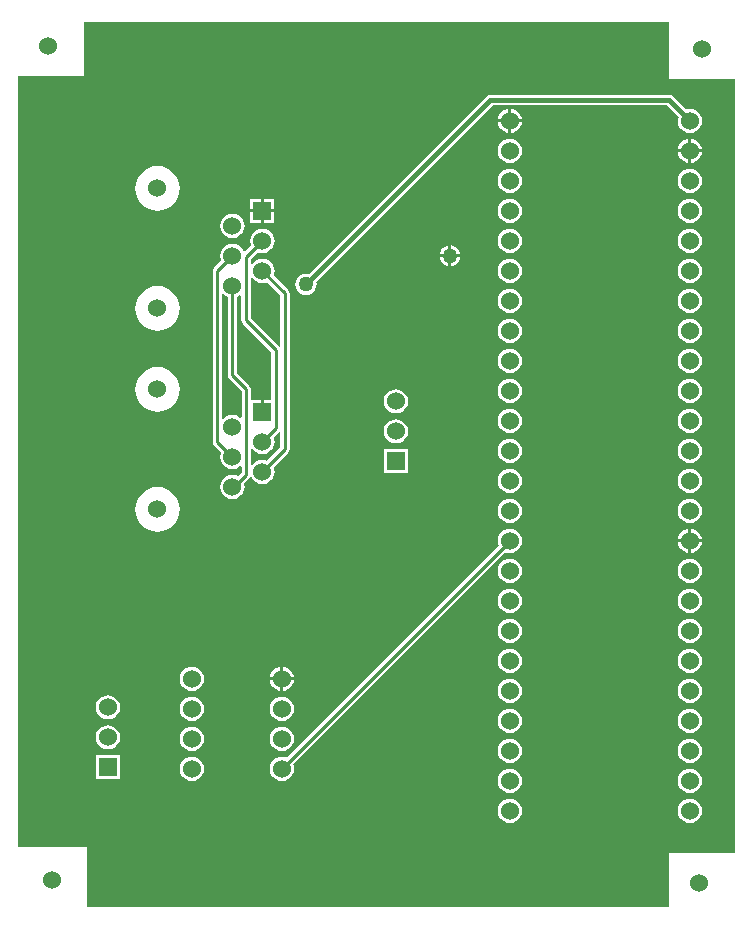
<source format=gbr>
%TF.GenerationSoftware,Altium Limited,Altium Designer,19.1.8 (144)*%
G04 Layer_Physical_Order=2*
G04 Layer_Color=16711680*
%FSLAX26Y26*%
%MOIN*%
%TF.FileFunction,Copper,L2,Bot,Signal*%
%TF.Part,Single*%
G01*
G75*
%TA.AperFunction,Conductor*%
%ADD14C,0.010000*%
%ADD15C,0.015000*%
%TA.AperFunction,ComponentPad*%
%ADD17C,0.060000*%
%ADD18R,0.060000X0.060000*%
%TA.AperFunction,ViaPad*%
%ADD19C,0.060000*%
%ADD20C,0.050000*%
G36*
X2200000Y2805000D02*
X2420000D01*
Y225000D01*
X2200000D01*
Y45000D01*
X260000D01*
Y245000D01*
X30000D01*
Y2815000D01*
X250000D01*
Y2995000D01*
X2200000D01*
Y2805000D01*
D02*
G37*
%LPC*%
G36*
X1675000Y2704687D02*
Y2670000D01*
X1709687D01*
X1708970Y2675442D01*
X1704940Y2685173D01*
X1698528Y2693528D01*
X1690173Y2699940D01*
X1680442Y2703970D01*
X1675000Y2704687D01*
D02*
G37*
G36*
X1665000D02*
X1659558Y2703970D01*
X1649827Y2699940D01*
X1641472Y2693528D01*
X1635060Y2685173D01*
X1631030Y2675442D01*
X1630313Y2670000D01*
X1665000D01*
Y2704687D01*
D02*
G37*
G36*
X1709687Y2660000D02*
X1675000D01*
Y2625313D01*
X1680442Y2626030D01*
X1690173Y2630060D01*
X1698528Y2636472D01*
X1704940Y2644827D01*
X1708970Y2654558D01*
X1709687Y2660000D01*
D02*
G37*
G36*
X1665000D02*
X1630313D01*
X1631030Y2654558D01*
X1635060Y2644827D01*
X1641472Y2636472D01*
X1649827Y2630060D01*
X1659558Y2626030D01*
X1665000Y2625313D01*
Y2660000D01*
D02*
G37*
G36*
X2200000Y2752843D02*
X1605000D01*
X1598172Y2751485D01*
X1592383Y2747617D01*
X1592383Y2747617D01*
X1332383Y2487617D01*
X998897Y2154131D01*
X990000Y2155302D01*
X980863Y2154099D01*
X972349Y2150572D01*
X965038Y2144962D01*
X959428Y2137651D01*
X955901Y2129137D01*
X954698Y2120000D01*
X955901Y2110863D01*
X959428Y2102349D01*
X965038Y2095038D01*
X972349Y2089428D01*
X980863Y2085901D01*
X990000Y2084698D01*
X999137Y2085901D01*
X1007651Y2089428D01*
X1014962Y2095038D01*
X1020572Y2102349D01*
X1024099Y2110863D01*
X1025302Y2120000D01*
X1024131Y2128897D01*
X1357617Y2462383D01*
X1612391Y2717157D01*
X2192609D01*
X2231994Y2677772D01*
X2231030Y2675442D01*
X2229655Y2665000D01*
X2231030Y2654558D01*
X2235060Y2644827D01*
X2241472Y2636472D01*
X2249827Y2630060D01*
X2259558Y2626030D01*
X2270000Y2624655D01*
X2280442Y2626030D01*
X2290173Y2630060D01*
X2298528Y2636472D01*
X2304940Y2644827D01*
X2308970Y2654558D01*
X2310345Y2665000D01*
X2308970Y2675442D01*
X2304940Y2685173D01*
X2298528Y2693528D01*
X2290173Y2699940D01*
X2280442Y2703970D01*
X2270000Y2705345D01*
X2259558Y2703970D01*
X2257228Y2703006D01*
X2212617Y2747617D01*
X2206828Y2751485D01*
X2200000Y2752843D01*
D02*
G37*
G36*
X2275000Y2604687D02*
Y2570000D01*
X2309687D01*
X2308970Y2575442D01*
X2304940Y2585173D01*
X2298528Y2593528D01*
X2290173Y2599940D01*
X2280442Y2603970D01*
X2275000Y2604687D01*
D02*
G37*
G36*
X2265000D02*
X2259558Y2603970D01*
X2249827Y2599940D01*
X2241472Y2593528D01*
X2235060Y2585173D01*
X2231030Y2575442D01*
X2230313Y2570000D01*
X2265000D01*
Y2604687D01*
D02*
G37*
G36*
X2309687Y2560000D02*
X2275000D01*
Y2525313D01*
X2280442Y2526030D01*
X2290173Y2530060D01*
X2298528Y2536472D01*
X2304940Y2544827D01*
X2308970Y2554558D01*
X2309687Y2560000D01*
D02*
G37*
G36*
X2265000D02*
X2230313D01*
X2231030Y2554558D01*
X2235060Y2544827D01*
X2241472Y2536472D01*
X2249827Y2530060D01*
X2259558Y2526030D01*
X2265000Y2525313D01*
Y2560000D01*
D02*
G37*
G36*
X1670000Y2605345D02*
X1659558Y2603970D01*
X1649827Y2599940D01*
X1641472Y2593528D01*
X1635060Y2585173D01*
X1631030Y2575442D01*
X1629655Y2565000D01*
X1631030Y2554558D01*
X1635060Y2544827D01*
X1641472Y2536472D01*
X1649827Y2530060D01*
X1659558Y2526030D01*
X1670000Y2524655D01*
X1680442Y2526030D01*
X1690173Y2530060D01*
X1698528Y2536472D01*
X1704940Y2544827D01*
X1708970Y2554558D01*
X1710345Y2565000D01*
X1708970Y2575442D01*
X1704940Y2585173D01*
X1698528Y2593528D01*
X1690173Y2599940D01*
X1680442Y2603970D01*
X1670000Y2605345D01*
D02*
G37*
G36*
X2270000Y2505345D02*
X2259558Y2503970D01*
X2249827Y2499940D01*
X2241472Y2493528D01*
X2235060Y2485173D01*
X2231030Y2475442D01*
X2229655Y2465000D01*
X2231030Y2454558D01*
X2235060Y2444827D01*
X2241472Y2436472D01*
X2249827Y2430060D01*
X2259558Y2426030D01*
X2270000Y2424655D01*
X2280442Y2426030D01*
X2290173Y2430060D01*
X2298528Y2436472D01*
X2304940Y2444827D01*
X2308970Y2454558D01*
X2310345Y2465000D01*
X2308970Y2475442D01*
X2304940Y2485173D01*
X2298528Y2493528D01*
X2290173Y2499940D01*
X2280442Y2503970D01*
X2270000Y2505345D01*
D02*
G37*
G36*
X1670000D02*
X1659558Y2503970D01*
X1649827Y2499940D01*
X1641472Y2493528D01*
X1635060Y2485173D01*
X1631030Y2475442D01*
X1629655Y2465000D01*
X1631030Y2454558D01*
X1635060Y2444827D01*
X1641472Y2436472D01*
X1649827Y2430060D01*
X1659558Y2426030D01*
X1670000Y2424655D01*
X1680442Y2426030D01*
X1690173Y2430060D01*
X1698528Y2436472D01*
X1704940Y2444827D01*
X1708970Y2454558D01*
X1710345Y2465000D01*
X1708970Y2475442D01*
X1704940Y2485173D01*
X1698528Y2493528D01*
X1690173Y2499940D01*
X1680442Y2503970D01*
X1670000Y2505345D01*
D02*
G37*
G36*
X885000Y2405000D02*
X850000D01*
Y2370000D01*
X885000D01*
Y2405000D01*
D02*
G37*
G36*
X840000D02*
X805000D01*
Y2370000D01*
X840000D01*
Y2405000D01*
D02*
G37*
G36*
X495000Y2514334D02*
X480498Y2512906D01*
X466553Y2508676D01*
X453702Y2501807D01*
X442438Y2492562D01*
X433193Y2481298D01*
X426324Y2468447D01*
X422094Y2454502D01*
X420666Y2440000D01*
X422094Y2425498D01*
X426324Y2411553D01*
X433193Y2398702D01*
X442438Y2387438D01*
X453702Y2378193D01*
X466553Y2371324D01*
X480498Y2367094D01*
X495000Y2365666D01*
X509502Y2367094D01*
X523447Y2371324D01*
X536298Y2378193D01*
X547562Y2387438D01*
X556807Y2398702D01*
X563676Y2411553D01*
X567906Y2425498D01*
X569334Y2440000D01*
X567906Y2454502D01*
X563676Y2468447D01*
X556807Y2481298D01*
X547562Y2492562D01*
X536298Y2501807D01*
X523447Y2508676D01*
X509502Y2512906D01*
X495000Y2514334D01*
D02*
G37*
G36*
X885000Y2360000D02*
X850000D01*
Y2325000D01*
X885000D01*
Y2360000D01*
D02*
G37*
G36*
X840000D02*
X805000D01*
Y2325000D01*
X840000D01*
Y2360000D01*
D02*
G37*
G36*
X2270000Y2405345D02*
X2259558Y2403970D01*
X2249827Y2399940D01*
X2241472Y2393528D01*
X2235060Y2385173D01*
X2231030Y2375442D01*
X2229655Y2365000D01*
X2231030Y2354558D01*
X2235060Y2344827D01*
X2241472Y2336472D01*
X2249827Y2330060D01*
X2259558Y2326030D01*
X2270000Y2324655D01*
X2280442Y2326030D01*
X2290173Y2330060D01*
X2298528Y2336472D01*
X2304940Y2344827D01*
X2308970Y2354558D01*
X2310345Y2365000D01*
X2308970Y2375442D01*
X2304940Y2385173D01*
X2298528Y2393528D01*
X2290173Y2399940D01*
X2280442Y2403970D01*
X2270000Y2405345D01*
D02*
G37*
G36*
X1670000D02*
X1659558Y2403970D01*
X1649827Y2399940D01*
X1641472Y2393528D01*
X1635060Y2385173D01*
X1631030Y2375442D01*
X1629655Y2365000D01*
X1631030Y2354558D01*
X1635060Y2344827D01*
X1641472Y2336472D01*
X1649827Y2330060D01*
X1659558Y2326030D01*
X1670000Y2324655D01*
X1680442Y2326030D01*
X1690173Y2330060D01*
X1698528Y2336472D01*
X1704940Y2344827D01*
X1708970Y2354558D01*
X1710345Y2365000D01*
X1708970Y2375442D01*
X1704940Y2385173D01*
X1698528Y2393528D01*
X1690173Y2399940D01*
X1680442Y2403970D01*
X1670000Y2405345D01*
D02*
G37*
G36*
X745000Y2355345D02*
X734558Y2353970D01*
X724827Y2349940D01*
X716472Y2343528D01*
X710060Y2335173D01*
X706029Y2325442D01*
X704655Y2315000D01*
X706029Y2304558D01*
X710060Y2294827D01*
X716472Y2286472D01*
X724827Y2280060D01*
X734558Y2276030D01*
X745000Y2274655D01*
X755442Y2276030D01*
X765173Y2280060D01*
X773528Y2286472D01*
X779940Y2294827D01*
X783971Y2304558D01*
X785345Y2315000D01*
X783971Y2325442D01*
X779940Y2335173D01*
X773528Y2343528D01*
X765173Y2349940D01*
X755442Y2353970D01*
X745000Y2355345D01*
D02*
G37*
G36*
X845000Y2305345D02*
X834558Y2303970D01*
X824827Y2299940D01*
X816472Y2293528D01*
X810060Y2285173D01*
X806029Y2275442D01*
X804655Y2265000D01*
X806029Y2254558D01*
X808050Y2249679D01*
X787106Y2228735D01*
X782202Y2229711D01*
X779940Y2235173D01*
X773528Y2243528D01*
X765173Y2249940D01*
X755442Y2253970D01*
X745000Y2255345D01*
X734558Y2253970D01*
X724827Y2249940D01*
X716472Y2243528D01*
X710060Y2235173D01*
X706029Y2225442D01*
X704655Y2215000D01*
X706029Y2204558D01*
X708050Y2199679D01*
X684186Y2175814D01*
X680870Y2170853D01*
X679706Y2165000D01*
Y1595000D01*
X680870Y1589147D01*
X684186Y1584186D01*
X708050Y1560321D01*
X706029Y1555442D01*
X704655Y1545000D01*
X706029Y1534558D01*
X710060Y1524827D01*
X716472Y1516472D01*
X724827Y1510060D01*
X734558Y1506030D01*
X745000Y1504655D01*
X755442Y1506030D01*
X765173Y1510060D01*
X770564Y1514197D01*
X775564Y1511731D01*
Y1492193D01*
X763856Y1480485D01*
X755442Y1483970D01*
X745000Y1485345D01*
X734558Y1483970D01*
X724827Y1479940D01*
X716472Y1473528D01*
X710060Y1465173D01*
X706029Y1455442D01*
X704655Y1445000D01*
X706029Y1434558D01*
X710060Y1424827D01*
X716472Y1416472D01*
X724827Y1410060D01*
X734558Y1406030D01*
X745000Y1404655D01*
X755442Y1406030D01*
X765173Y1410060D01*
X773528Y1416472D01*
X779940Y1424827D01*
X783971Y1434558D01*
X785345Y1445000D01*
X783971Y1455442D01*
X783414Y1456785D01*
X801672Y1475043D01*
X803454Y1477710D01*
X809096Y1477154D01*
X810060Y1474827D01*
X816472Y1466472D01*
X824827Y1460060D01*
X834558Y1456030D01*
X845000Y1454655D01*
X855442Y1456030D01*
X865173Y1460060D01*
X873528Y1466472D01*
X879940Y1474827D01*
X883971Y1484558D01*
X885345Y1495000D01*
X883971Y1505442D01*
X881950Y1510321D01*
X930814Y1559186D01*
X934130Y1564147D01*
X935294Y1570000D01*
Y2090000D01*
X934130Y2095853D01*
X930814Y2100814D01*
X881950Y2149679D01*
X883971Y2154558D01*
X885345Y2165000D01*
X883971Y2175442D01*
X879940Y2185173D01*
X873528Y2193528D01*
X865173Y2199940D01*
X855442Y2203970D01*
X845000Y2205345D01*
X834558Y2203970D01*
X824827Y2199940D01*
X816472Y2193528D01*
X810294Y2185477D01*
X809764Y2185452D01*
X805294Y2187999D01*
Y2203665D01*
X829679Y2228050D01*
X834558Y2226030D01*
X845000Y2224655D01*
X855442Y2226030D01*
X865173Y2230060D01*
X873528Y2236472D01*
X879940Y2244827D01*
X883971Y2254558D01*
X885345Y2265000D01*
X883971Y2275442D01*
X879940Y2285173D01*
X873528Y2293528D01*
X865173Y2299940D01*
X855442Y2303970D01*
X845000Y2305345D01*
D02*
G37*
G36*
X2270000D02*
X2259558Y2303970D01*
X2249827Y2299940D01*
X2241472Y2293528D01*
X2235060Y2285173D01*
X2231030Y2275442D01*
X2229655Y2265000D01*
X2231030Y2254558D01*
X2235060Y2244827D01*
X2241472Y2236472D01*
X2249827Y2230060D01*
X2259558Y2226030D01*
X2270000Y2224655D01*
X2280442Y2226030D01*
X2290173Y2230060D01*
X2298528Y2236472D01*
X2304940Y2244827D01*
X2308970Y2254558D01*
X2310345Y2265000D01*
X2308970Y2275442D01*
X2304940Y2285173D01*
X2298528Y2293528D01*
X2290173Y2299940D01*
X2280442Y2303970D01*
X2270000Y2305345D01*
D02*
G37*
G36*
X1670000D02*
X1659558Y2303970D01*
X1649827Y2299940D01*
X1641472Y2293528D01*
X1635060Y2285173D01*
X1631030Y2275442D01*
X1629655Y2265000D01*
X1631030Y2254558D01*
X1635060Y2244827D01*
X1641472Y2236472D01*
X1649827Y2230060D01*
X1659558Y2226030D01*
X1670000Y2224655D01*
X1680442Y2226030D01*
X1690173Y2230060D01*
X1698528Y2236472D01*
X1704940Y2244827D01*
X1708970Y2254558D01*
X1710345Y2265000D01*
X1708970Y2275442D01*
X1704940Y2285173D01*
X1698528Y2293528D01*
X1690173Y2299940D01*
X1680442Y2303970D01*
X1670000Y2305345D01*
D02*
G37*
G36*
X1475000Y2249644D02*
Y2220000D01*
X1504644D01*
X1504099Y2224137D01*
X1500572Y2232651D01*
X1494962Y2239962D01*
X1487651Y2245572D01*
X1479137Y2249099D01*
X1475000Y2249644D01*
D02*
G37*
G36*
X1465000D02*
X1460863Y2249099D01*
X1452349Y2245572D01*
X1445038Y2239962D01*
X1439428Y2232651D01*
X1435901Y2224137D01*
X1435356Y2220000D01*
X1465000D01*
Y2249644D01*
D02*
G37*
G36*
X1504644Y2210000D02*
X1475000D01*
Y2180356D01*
X1479137Y2180901D01*
X1487651Y2184428D01*
X1494962Y2190038D01*
X1500572Y2197349D01*
X1504099Y2205863D01*
X1504644Y2210000D01*
D02*
G37*
G36*
X1465000D02*
X1435356D01*
X1435901Y2205863D01*
X1439428Y2197349D01*
X1445038Y2190038D01*
X1452349Y2184428D01*
X1460863Y2180901D01*
X1465000Y2180356D01*
Y2210000D01*
D02*
G37*
G36*
X2270000Y2205345D02*
X2259558Y2203970D01*
X2249827Y2199940D01*
X2241472Y2193528D01*
X2235060Y2185173D01*
X2231030Y2175442D01*
X2229655Y2165000D01*
X2231030Y2154558D01*
X2235060Y2144827D01*
X2241472Y2136472D01*
X2249827Y2130060D01*
X2259558Y2126030D01*
X2270000Y2124655D01*
X2280442Y2126030D01*
X2290173Y2130060D01*
X2298528Y2136472D01*
X2304940Y2144827D01*
X2308970Y2154558D01*
X2310345Y2165000D01*
X2308970Y2175442D01*
X2304940Y2185173D01*
X2298528Y2193528D01*
X2290173Y2199940D01*
X2280442Y2203970D01*
X2270000Y2205345D01*
D02*
G37*
G36*
X1670000D02*
X1659558Y2203970D01*
X1649827Y2199940D01*
X1641472Y2193528D01*
X1635060Y2185173D01*
X1631030Y2175442D01*
X1629655Y2165000D01*
X1631030Y2154558D01*
X1635060Y2144827D01*
X1641472Y2136472D01*
X1649827Y2130060D01*
X1659558Y2126030D01*
X1670000Y2124655D01*
X1680442Y2126030D01*
X1690173Y2130060D01*
X1698528Y2136472D01*
X1704940Y2144827D01*
X1708970Y2154558D01*
X1710345Y2165000D01*
X1708970Y2175442D01*
X1704940Y2185173D01*
X1698528Y2193528D01*
X1690173Y2199940D01*
X1680442Y2203970D01*
X1670000Y2205345D01*
D02*
G37*
G36*
X2270000Y2105345D02*
X2259558Y2103970D01*
X2249827Y2099940D01*
X2241472Y2093528D01*
X2235060Y2085173D01*
X2231030Y2075442D01*
X2229655Y2065000D01*
X2231030Y2054558D01*
X2235060Y2044827D01*
X2241472Y2036472D01*
X2249827Y2030060D01*
X2259558Y2026030D01*
X2270000Y2024655D01*
X2280442Y2026030D01*
X2290173Y2030060D01*
X2298528Y2036472D01*
X2304940Y2044827D01*
X2308970Y2054558D01*
X2310345Y2065000D01*
X2308970Y2075442D01*
X2304940Y2085173D01*
X2298528Y2093528D01*
X2290173Y2099940D01*
X2280442Y2103970D01*
X2270000Y2105345D01*
D02*
G37*
G36*
X1670000D02*
X1659558Y2103970D01*
X1649827Y2099940D01*
X1641472Y2093528D01*
X1635060Y2085173D01*
X1631030Y2075442D01*
X1629655Y2065000D01*
X1631030Y2054558D01*
X1635060Y2044827D01*
X1641472Y2036472D01*
X1649827Y2030060D01*
X1659558Y2026030D01*
X1670000Y2024655D01*
X1680442Y2026030D01*
X1690173Y2030060D01*
X1698528Y2036472D01*
X1704940Y2044827D01*
X1708970Y2054558D01*
X1710345Y2065000D01*
X1708970Y2075442D01*
X1704940Y2085173D01*
X1698528Y2093528D01*
X1690173Y2099940D01*
X1680442Y2103970D01*
X1670000Y2105345D01*
D02*
G37*
G36*
X495000Y2114334D02*
X480498Y2112906D01*
X466553Y2108676D01*
X453702Y2101807D01*
X442438Y2092562D01*
X433193Y2081298D01*
X426324Y2068447D01*
X422094Y2054502D01*
X420666Y2040000D01*
X422094Y2025498D01*
X426324Y2011553D01*
X433193Y1998702D01*
X442438Y1987438D01*
X453702Y1978193D01*
X466553Y1971324D01*
X480498Y1967094D01*
X495000Y1965666D01*
X509502Y1967094D01*
X523447Y1971324D01*
X536298Y1978193D01*
X547562Y1987438D01*
X556807Y1998702D01*
X563676Y2011553D01*
X567906Y2025498D01*
X569334Y2040000D01*
X567906Y2054502D01*
X563676Y2068447D01*
X556807Y2081298D01*
X547562Y2092562D01*
X536298Y2101807D01*
X523447Y2108676D01*
X509502Y2112906D01*
X495000Y2114334D01*
D02*
G37*
G36*
X2270000Y2005345D02*
X2259558Y2003970D01*
X2249827Y1999940D01*
X2241472Y1993528D01*
X2235060Y1985173D01*
X2231030Y1975442D01*
X2229655Y1965000D01*
X2231030Y1954558D01*
X2235060Y1944827D01*
X2241472Y1936472D01*
X2249827Y1930060D01*
X2259558Y1926030D01*
X2270000Y1924655D01*
X2280442Y1926030D01*
X2290173Y1930060D01*
X2298528Y1936472D01*
X2304940Y1944827D01*
X2308970Y1954558D01*
X2310345Y1965000D01*
X2308970Y1975442D01*
X2304940Y1985173D01*
X2298528Y1993528D01*
X2290173Y1999940D01*
X2280442Y2003970D01*
X2270000Y2005345D01*
D02*
G37*
G36*
X1670000D02*
X1659558Y2003970D01*
X1649827Y1999940D01*
X1641472Y1993528D01*
X1635060Y1985173D01*
X1631030Y1975442D01*
X1629655Y1965000D01*
X1631030Y1954558D01*
X1635060Y1944827D01*
X1641472Y1936472D01*
X1649827Y1930060D01*
X1659558Y1926030D01*
X1670000Y1924655D01*
X1680442Y1926030D01*
X1690173Y1930060D01*
X1698528Y1936472D01*
X1704940Y1944827D01*
X1708970Y1954558D01*
X1710345Y1965000D01*
X1708970Y1975442D01*
X1704940Y1985173D01*
X1698528Y1993528D01*
X1690173Y1999940D01*
X1680442Y2003970D01*
X1670000Y2005345D01*
D02*
G37*
G36*
X2270000Y1905345D02*
X2259558Y1903970D01*
X2249827Y1899940D01*
X2241472Y1893528D01*
X2235060Y1885173D01*
X2231030Y1875442D01*
X2229655Y1865000D01*
X2231030Y1854558D01*
X2235060Y1844827D01*
X2241472Y1836472D01*
X2249827Y1830060D01*
X2259558Y1826030D01*
X2270000Y1824655D01*
X2280442Y1826030D01*
X2290173Y1830060D01*
X2298528Y1836472D01*
X2304940Y1844827D01*
X2308970Y1854558D01*
X2310345Y1865000D01*
X2308970Y1875442D01*
X2304940Y1885173D01*
X2298528Y1893528D01*
X2290173Y1899940D01*
X2280442Y1903970D01*
X2270000Y1905345D01*
D02*
G37*
G36*
X1670000D02*
X1659558Y1903970D01*
X1649827Y1899940D01*
X1641472Y1893528D01*
X1635060Y1885173D01*
X1631030Y1875442D01*
X1629655Y1865000D01*
X1631030Y1854558D01*
X1635060Y1844827D01*
X1641472Y1836472D01*
X1649827Y1830060D01*
X1659558Y1826030D01*
X1670000Y1824655D01*
X1680442Y1826030D01*
X1690173Y1830060D01*
X1698528Y1836472D01*
X1704940Y1844827D01*
X1708970Y1854558D01*
X1710345Y1865000D01*
X1708970Y1875442D01*
X1704940Y1885173D01*
X1698528Y1893528D01*
X1690173Y1899940D01*
X1680442Y1903970D01*
X1670000Y1905345D01*
D02*
G37*
G36*
X2270000Y1805345D02*
X2259558Y1803970D01*
X2249827Y1799940D01*
X2241472Y1793528D01*
X2235060Y1785173D01*
X2231030Y1775442D01*
X2229655Y1765000D01*
X2231030Y1754558D01*
X2235060Y1744827D01*
X2241472Y1736472D01*
X2249827Y1730060D01*
X2259558Y1726030D01*
X2270000Y1724655D01*
X2280442Y1726030D01*
X2290173Y1730060D01*
X2298528Y1736472D01*
X2304940Y1744827D01*
X2308970Y1754558D01*
X2310345Y1765000D01*
X2308970Y1775442D01*
X2304940Y1785173D01*
X2298528Y1793528D01*
X2290173Y1799940D01*
X2280442Y1803970D01*
X2270000Y1805345D01*
D02*
G37*
G36*
X1670000D02*
X1659558Y1803970D01*
X1649827Y1799940D01*
X1641472Y1793528D01*
X1635060Y1785173D01*
X1631030Y1775442D01*
X1629655Y1765000D01*
X1631030Y1754558D01*
X1635060Y1744827D01*
X1641472Y1736472D01*
X1649827Y1730060D01*
X1659558Y1726030D01*
X1670000Y1724655D01*
X1680442Y1726030D01*
X1690173Y1730060D01*
X1698528Y1736472D01*
X1704940Y1744827D01*
X1708970Y1754558D01*
X1710345Y1765000D01*
X1708970Y1775442D01*
X1704940Y1785173D01*
X1698528Y1793528D01*
X1690173Y1799940D01*
X1680442Y1803970D01*
X1670000Y1805345D01*
D02*
G37*
G36*
X495000Y1844334D02*
X480498Y1842906D01*
X466553Y1838676D01*
X453702Y1831807D01*
X442438Y1822562D01*
X433193Y1811298D01*
X426324Y1798447D01*
X422094Y1784502D01*
X420666Y1770000D01*
X422094Y1755498D01*
X426324Y1741553D01*
X433193Y1728702D01*
X442438Y1717438D01*
X453702Y1708193D01*
X466553Y1701324D01*
X480498Y1697094D01*
X495000Y1695666D01*
X509502Y1697094D01*
X523447Y1701324D01*
X536298Y1708193D01*
X547562Y1717438D01*
X556807Y1728702D01*
X563676Y1741553D01*
X567906Y1755498D01*
X569334Y1770000D01*
X567906Y1784502D01*
X563676Y1798447D01*
X556807Y1811298D01*
X547562Y1822562D01*
X536298Y1831807D01*
X523447Y1838676D01*
X509502Y1842906D01*
X495000Y1844334D01*
D02*
G37*
G36*
X1290000Y1770345D02*
X1279558Y1768970D01*
X1269827Y1764940D01*
X1261472Y1758528D01*
X1255060Y1750173D01*
X1251030Y1740442D01*
X1249655Y1730000D01*
X1251030Y1719558D01*
X1255060Y1709827D01*
X1261472Y1701472D01*
X1269827Y1695060D01*
X1279558Y1691030D01*
X1290000Y1689655D01*
X1300442Y1691030D01*
X1310173Y1695060D01*
X1318528Y1701472D01*
X1324940Y1709827D01*
X1328970Y1719558D01*
X1330345Y1730000D01*
X1328970Y1740442D01*
X1324940Y1750173D01*
X1318528Y1758528D01*
X1310173Y1764940D01*
X1300442Y1768970D01*
X1290000Y1770345D01*
D02*
G37*
G36*
X2270000Y1705345D02*
X2259558Y1703970D01*
X2249827Y1699940D01*
X2241472Y1693528D01*
X2235060Y1685173D01*
X2231030Y1675442D01*
X2229655Y1665000D01*
X2231030Y1654558D01*
X2235060Y1644827D01*
X2241472Y1636472D01*
X2249827Y1630060D01*
X2259558Y1626030D01*
X2270000Y1624655D01*
X2280442Y1626030D01*
X2290173Y1630060D01*
X2298528Y1636472D01*
X2304940Y1644827D01*
X2308970Y1654558D01*
X2310345Y1665000D01*
X2308970Y1675442D01*
X2304940Y1685173D01*
X2298528Y1693528D01*
X2290173Y1699940D01*
X2280442Y1703970D01*
X2270000Y1705345D01*
D02*
G37*
G36*
X1670000D02*
X1659558Y1703970D01*
X1649827Y1699940D01*
X1641472Y1693528D01*
X1635060Y1685173D01*
X1631030Y1675442D01*
X1629655Y1665000D01*
X1631030Y1654558D01*
X1635060Y1644827D01*
X1641472Y1636472D01*
X1649827Y1630060D01*
X1659558Y1626030D01*
X1670000Y1624655D01*
X1680442Y1626030D01*
X1690173Y1630060D01*
X1698528Y1636472D01*
X1704940Y1644827D01*
X1708970Y1654558D01*
X1710345Y1665000D01*
X1708970Y1675442D01*
X1704940Y1685173D01*
X1698528Y1693528D01*
X1690173Y1699940D01*
X1680442Y1703970D01*
X1670000Y1705345D01*
D02*
G37*
G36*
X1290000Y1670345D02*
X1279558Y1668970D01*
X1269827Y1664940D01*
X1261472Y1658528D01*
X1255060Y1650173D01*
X1251030Y1640442D01*
X1249655Y1630000D01*
X1251030Y1619558D01*
X1255060Y1609827D01*
X1261472Y1601472D01*
X1269827Y1595060D01*
X1279558Y1591030D01*
X1290000Y1589655D01*
X1300442Y1591030D01*
X1310173Y1595060D01*
X1318528Y1601472D01*
X1324940Y1609827D01*
X1328970Y1619558D01*
X1330345Y1630000D01*
X1328970Y1640442D01*
X1324940Y1650173D01*
X1318528Y1658528D01*
X1310173Y1664940D01*
X1300442Y1668970D01*
X1290000Y1670345D01*
D02*
G37*
G36*
X2270000Y1605345D02*
X2259558Y1603970D01*
X2249827Y1599940D01*
X2241472Y1593528D01*
X2235060Y1585173D01*
X2231030Y1575442D01*
X2229655Y1565000D01*
X2231030Y1554558D01*
X2235060Y1544827D01*
X2241472Y1536472D01*
X2249827Y1530060D01*
X2259558Y1526030D01*
X2270000Y1524655D01*
X2280442Y1526030D01*
X2290173Y1530060D01*
X2298528Y1536472D01*
X2304940Y1544827D01*
X2308970Y1554558D01*
X2310345Y1565000D01*
X2308970Y1575442D01*
X2304940Y1585173D01*
X2298528Y1593528D01*
X2290173Y1599940D01*
X2280442Y1603970D01*
X2270000Y1605345D01*
D02*
G37*
G36*
X1670000D02*
X1659558Y1603970D01*
X1649827Y1599940D01*
X1641472Y1593528D01*
X1635060Y1585173D01*
X1631030Y1575442D01*
X1629655Y1565000D01*
X1631030Y1554558D01*
X1635060Y1544827D01*
X1641472Y1536472D01*
X1649827Y1530060D01*
X1659558Y1526030D01*
X1670000Y1524655D01*
X1680442Y1526030D01*
X1690173Y1530060D01*
X1698528Y1536472D01*
X1704940Y1544827D01*
X1708970Y1554558D01*
X1710345Y1565000D01*
X1708970Y1575442D01*
X1704940Y1585173D01*
X1698528Y1593528D01*
X1690173Y1599940D01*
X1680442Y1603970D01*
X1670000Y1605345D01*
D02*
G37*
G36*
X1330000Y1570000D02*
X1250000D01*
Y1490000D01*
X1330000D01*
Y1570000D01*
D02*
G37*
G36*
X2270000Y1505345D02*
X2259558Y1503970D01*
X2249827Y1499940D01*
X2241472Y1493528D01*
X2235060Y1485173D01*
X2231030Y1475442D01*
X2229655Y1465000D01*
X2231030Y1454558D01*
X2235060Y1444827D01*
X2241472Y1436472D01*
X2249827Y1430060D01*
X2259558Y1426030D01*
X2270000Y1424655D01*
X2280442Y1426030D01*
X2290173Y1430060D01*
X2298528Y1436472D01*
X2304940Y1444827D01*
X2308970Y1454558D01*
X2310345Y1465000D01*
X2308970Y1475442D01*
X2304940Y1485173D01*
X2298528Y1493528D01*
X2290173Y1499940D01*
X2280442Y1503970D01*
X2270000Y1505345D01*
D02*
G37*
G36*
X1670000D02*
X1659558Y1503970D01*
X1649827Y1499940D01*
X1641472Y1493528D01*
X1635060Y1485173D01*
X1631030Y1475442D01*
X1629655Y1465000D01*
X1631030Y1454558D01*
X1635060Y1444827D01*
X1641472Y1436472D01*
X1649827Y1430060D01*
X1659558Y1426030D01*
X1670000Y1424655D01*
X1680442Y1426030D01*
X1690173Y1430060D01*
X1698528Y1436472D01*
X1704940Y1444827D01*
X1708970Y1454558D01*
X1710345Y1465000D01*
X1708970Y1475442D01*
X1704940Y1485173D01*
X1698528Y1493528D01*
X1690173Y1499940D01*
X1680442Y1503970D01*
X1670000Y1505345D01*
D02*
G37*
G36*
X2270000Y1405345D02*
X2259558Y1403970D01*
X2249827Y1399940D01*
X2241472Y1393528D01*
X2235060Y1385173D01*
X2231030Y1375442D01*
X2229655Y1365000D01*
X2231030Y1354558D01*
X2235060Y1344827D01*
X2241472Y1336472D01*
X2249827Y1330060D01*
X2259558Y1326030D01*
X2270000Y1324655D01*
X2280442Y1326030D01*
X2290173Y1330060D01*
X2298528Y1336472D01*
X2304940Y1344827D01*
X2308970Y1354558D01*
X2310345Y1365000D01*
X2308970Y1375442D01*
X2304940Y1385173D01*
X2298528Y1393528D01*
X2290173Y1399940D01*
X2280442Y1403970D01*
X2270000Y1405345D01*
D02*
G37*
G36*
X1670000D02*
X1659558Y1403970D01*
X1649827Y1399940D01*
X1641472Y1393528D01*
X1635060Y1385173D01*
X1631030Y1375442D01*
X1629655Y1365000D01*
X1631030Y1354558D01*
X1635060Y1344827D01*
X1641472Y1336472D01*
X1649827Y1330060D01*
X1659558Y1326030D01*
X1670000Y1324655D01*
X1680442Y1326030D01*
X1690173Y1330060D01*
X1698528Y1336472D01*
X1704940Y1344827D01*
X1708970Y1354558D01*
X1710345Y1365000D01*
X1708970Y1375442D01*
X1704940Y1385173D01*
X1698528Y1393528D01*
X1690173Y1399940D01*
X1680442Y1403970D01*
X1670000Y1405345D01*
D02*
G37*
G36*
X495000Y1444334D02*
X480498Y1442906D01*
X466553Y1438676D01*
X453702Y1431807D01*
X442438Y1422562D01*
X433193Y1411298D01*
X426324Y1398447D01*
X422094Y1384502D01*
X420666Y1370000D01*
X422094Y1355498D01*
X426324Y1341553D01*
X433193Y1328702D01*
X442438Y1317438D01*
X453702Y1308193D01*
X466553Y1301324D01*
X480498Y1297094D01*
X495000Y1295666D01*
X509502Y1297094D01*
X523447Y1301324D01*
X536298Y1308193D01*
X547562Y1317438D01*
X556807Y1328702D01*
X563676Y1341553D01*
X567906Y1355498D01*
X569334Y1370000D01*
X567906Y1384502D01*
X563676Y1398447D01*
X556807Y1411298D01*
X547562Y1422562D01*
X536298Y1431807D01*
X523447Y1438676D01*
X509502Y1442906D01*
X495000Y1444334D01*
D02*
G37*
G36*
X2275000Y1304687D02*
Y1270000D01*
X2309687D01*
X2308970Y1275442D01*
X2304940Y1285173D01*
X2298528Y1293528D01*
X2290173Y1299940D01*
X2280442Y1303970D01*
X2275000Y1304687D01*
D02*
G37*
G36*
X2265000D02*
X2259558Y1303970D01*
X2249827Y1299940D01*
X2241472Y1293528D01*
X2235060Y1285173D01*
X2231030Y1275442D01*
X2230313Y1270000D01*
X2265000D01*
Y1304687D01*
D02*
G37*
G36*
X2309687Y1260000D02*
X2275000D01*
Y1225313D01*
X2280442Y1226030D01*
X2290173Y1230060D01*
X2298528Y1236472D01*
X2304940Y1244827D01*
X2308970Y1254558D01*
X2309687Y1260000D01*
D02*
G37*
G36*
X2265000D02*
X2230313D01*
X2231030Y1254558D01*
X2235060Y1244827D01*
X2241472Y1236472D01*
X2249827Y1230060D01*
X2259558Y1226030D01*
X2265000Y1225313D01*
Y1260000D01*
D02*
G37*
G36*
X1670000Y1305345D02*
X1659558Y1303970D01*
X1649827Y1299940D01*
X1641472Y1293528D01*
X1635060Y1285173D01*
X1631030Y1275442D01*
X1629655Y1265000D01*
X1631030Y1254558D01*
X1633050Y1249679D01*
X925321Y541950D01*
X920442Y543971D01*
X910000Y545345D01*
X899558Y543971D01*
X889827Y539940D01*
X881472Y533528D01*
X875060Y525173D01*
X871029Y515442D01*
X869655Y505000D01*
X871029Y494558D01*
X875060Y484827D01*
X881472Y476472D01*
X889827Y470060D01*
X899558Y466029D01*
X910000Y464655D01*
X920442Y466029D01*
X930173Y470060D01*
X938528Y476472D01*
X944940Y484827D01*
X948971Y494558D01*
X950345Y505000D01*
X948971Y515442D01*
X946950Y520321D01*
X1654679Y1228050D01*
X1659558Y1226030D01*
X1670000Y1224655D01*
X1680442Y1226030D01*
X1690173Y1230060D01*
X1698528Y1236472D01*
X1704940Y1244827D01*
X1708970Y1254558D01*
X1710345Y1265000D01*
X1708970Y1275442D01*
X1704940Y1285173D01*
X1698528Y1293528D01*
X1690173Y1299940D01*
X1680442Y1303970D01*
X1670000Y1305345D01*
D02*
G37*
G36*
X2270000Y1205345D02*
X2259558Y1203970D01*
X2249827Y1199940D01*
X2241472Y1193528D01*
X2235060Y1185173D01*
X2231030Y1175442D01*
X2229655Y1165000D01*
X2231030Y1154558D01*
X2235060Y1144827D01*
X2241472Y1136472D01*
X2249827Y1130060D01*
X2259558Y1126030D01*
X2270000Y1124655D01*
X2280442Y1126030D01*
X2290173Y1130060D01*
X2298528Y1136472D01*
X2304940Y1144827D01*
X2308970Y1154558D01*
X2310345Y1165000D01*
X2308970Y1175442D01*
X2304940Y1185173D01*
X2298528Y1193528D01*
X2290173Y1199940D01*
X2280442Y1203970D01*
X2270000Y1205345D01*
D02*
G37*
G36*
X1670000D02*
X1659558Y1203970D01*
X1649827Y1199940D01*
X1641472Y1193528D01*
X1635060Y1185173D01*
X1631030Y1175442D01*
X1629655Y1165000D01*
X1631030Y1154558D01*
X1635060Y1144827D01*
X1641472Y1136472D01*
X1649827Y1130060D01*
X1659558Y1126030D01*
X1670000Y1124655D01*
X1680442Y1126030D01*
X1690173Y1130060D01*
X1698528Y1136472D01*
X1704940Y1144827D01*
X1708970Y1154558D01*
X1710345Y1165000D01*
X1708970Y1175442D01*
X1704940Y1185173D01*
X1698528Y1193528D01*
X1690173Y1199940D01*
X1680442Y1203970D01*
X1670000Y1205345D01*
D02*
G37*
G36*
X2270000Y1105345D02*
X2259558Y1103970D01*
X2249827Y1099940D01*
X2241472Y1093528D01*
X2235060Y1085173D01*
X2231030Y1075442D01*
X2229655Y1065000D01*
X2231030Y1054558D01*
X2235060Y1044827D01*
X2241472Y1036472D01*
X2249827Y1030060D01*
X2259558Y1026030D01*
X2270000Y1024655D01*
X2280442Y1026030D01*
X2290173Y1030060D01*
X2298528Y1036472D01*
X2304940Y1044827D01*
X2308970Y1054558D01*
X2310345Y1065000D01*
X2308970Y1075442D01*
X2304940Y1085173D01*
X2298528Y1093528D01*
X2290173Y1099940D01*
X2280442Y1103970D01*
X2270000Y1105345D01*
D02*
G37*
G36*
X1670000D02*
X1659558Y1103970D01*
X1649827Y1099940D01*
X1641472Y1093528D01*
X1635060Y1085173D01*
X1631030Y1075442D01*
X1629655Y1065000D01*
X1631030Y1054558D01*
X1635060Y1044827D01*
X1641472Y1036472D01*
X1649827Y1030060D01*
X1659558Y1026030D01*
X1670000Y1024655D01*
X1680442Y1026030D01*
X1690173Y1030060D01*
X1698528Y1036472D01*
X1704940Y1044827D01*
X1708970Y1054558D01*
X1710345Y1065000D01*
X1708970Y1075442D01*
X1704940Y1085173D01*
X1698528Y1093528D01*
X1690173Y1099940D01*
X1680442Y1103970D01*
X1670000Y1105345D01*
D02*
G37*
G36*
X2270000Y1005345D02*
X2259558Y1003971D01*
X2249827Y999940D01*
X2241472Y993528D01*
X2235060Y985173D01*
X2231030Y975442D01*
X2229655Y965000D01*
X2231030Y954558D01*
X2235060Y944827D01*
X2241472Y936472D01*
X2249827Y930060D01*
X2259558Y926029D01*
X2270000Y924655D01*
X2280442Y926029D01*
X2290173Y930060D01*
X2298528Y936472D01*
X2304940Y944827D01*
X2308970Y954558D01*
X2310345Y965000D01*
X2308970Y975442D01*
X2304940Y985173D01*
X2298528Y993528D01*
X2290173Y999940D01*
X2280442Y1003971D01*
X2270000Y1005345D01*
D02*
G37*
G36*
X1670000D02*
X1659558Y1003971D01*
X1649827Y999940D01*
X1641472Y993528D01*
X1635060Y985173D01*
X1631030Y975442D01*
X1629655Y965000D01*
X1631030Y954558D01*
X1635060Y944827D01*
X1641472Y936472D01*
X1649827Y930060D01*
X1659558Y926029D01*
X1670000Y924655D01*
X1680442Y926029D01*
X1690173Y930060D01*
X1698528Y936472D01*
X1704940Y944827D01*
X1708970Y954558D01*
X1710345Y965000D01*
X1708970Y975442D01*
X1704940Y985173D01*
X1698528Y993528D01*
X1690173Y999940D01*
X1680442Y1003971D01*
X1670000Y1005345D01*
D02*
G37*
G36*
X2270000Y905345D02*
X2259558Y903971D01*
X2249827Y899940D01*
X2241472Y893528D01*
X2235060Y885173D01*
X2231030Y875442D01*
X2229655Y865000D01*
X2231030Y854558D01*
X2235060Y844827D01*
X2241472Y836472D01*
X2249827Y830060D01*
X2259558Y826029D01*
X2270000Y824655D01*
X2280442Y826029D01*
X2290173Y830060D01*
X2298528Y836472D01*
X2304940Y844827D01*
X2308970Y854558D01*
X2310345Y865000D01*
X2308970Y875442D01*
X2304940Y885173D01*
X2298528Y893528D01*
X2290173Y899940D01*
X2280442Y903971D01*
X2270000Y905345D01*
D02*
G37*
G36*
X1670000D02*
X1659558Y903971D01*
X1649827Y899940D01*
X1641472Y893528D01*
X1635060Y885173D01*
X1631030Y875442D01*
X1629655Y865000D01*
X1631030Y854558D01*
X1635060Y844827D01*
X1641472Y836472D01*
X1649827Y830060D01*
X1659558Y826029D01*
X1670000Y824655D01*
X1680442Y826029D01*
X1690173Y830060D01*
X1698528Y836472D01*
X1704940Y844827D01*
X1708970Y854558D01*
X1710345Y865000D01*
X1708970Y875442D01*
X1704940Y885173D01*
X1698528Y893528D01*
X1690173Y899940D01*
X1680442Y903971D01*
X1670000Y905345D01*
D02*
G37*
G36*
X915000Y844687D02*
Y810000D01*
X949687D01*
X948971Y815442D01*
X944940Y825173D01*
X938528Y833528D01*
X930173Y839940D01*
X920442Y843971D01*
X915000Y844687D01*
D02*
G37*
G36*
X905000D02*
X899558Y843971D01*
X889827Y839940D01*
X881472Y833528D01*
X875060Y825173D01*
X871029Y815442D01*
X870313Y810000D01*
X905000D01*
Y844687D01*
D02*
G37*
G36*
X949687Y800000D02*
X915000D01*
Y765313D01*
X920442Y766029D01*
X930173Y770060D01*
X938528Y776472D01*
X944940Y784827D01*
X948971Y794558D01*
X949687Y800000D01*
D02*
G37*
G36*
X905000D02*
X870313D01*
X871029Y794558D01*
X875060Y784827D01*
X881472Y776472D01*
X889827Y770060D01*
X899558Y766029D01*
X905000Y765313D01*
Y800000D01*
D02*
G37*
G36*
X610000Y845345D02*
X599558Y843971D01*
X589827Y839940D01*
X581472Y833528D01*
X575060Y825173D01*
X571029Y815442D01*
X569655Y805000D01*
X571029Y794558D01*
X575060Y784827D01*
X581472Y776472D01*
X589827Y770060D01*
X599558Y766029D01*
X610000Y764655D01*
X620442Y766029D01*
X630173Y770060D01*
X638528Y776472D01*
X644940Y784827D01*
X648971Y794558D01*
X650345Y805000D01*
X648971Y815442D01*
X644940Y825173D01*
X638528Y833528D01*
X630173Y839940D01*
X620442Y843971D01*
X610000Y845345D01*
D02*
G37*
G36*
X2270000Y805345D02*
X2259558Y803971D01*
X2249827Y799940D01*
X2241472Y793528D01*
X2235060Y785173D01*
X2231030Y775442D01*
X2229655Y765000D01*
X2231030Y754558D01*
X2235060Y744827D01*
X2241472Y736472D01*
X2249827Y730060D01*
X2259558Y726029D01*
X2270000Y724655D01*
X2280442Y726029D01*
X2290173Y730060D01*
X2298528Y736472D01*
X2304940Y744827D01*
X2308970Y754558D01*
X2310345Y765000D01*
X2308970Y775442D01*
X2304940Y785173D01*
X2298528Y793528D01*
X2290173Y799940D01*
X2280442Y803971D01*
X2270000Y805345D01*
D02*
G37*
G36*
X1670000D02*
X1659558Y803971D01*
X1649827Y799940D01*
X1641472Y793528D01*
X1635060Y785173D01*
X1631030Y775442D01*
X1629655Y765000D01*
X1631030Y754558D01*
X1635060Y744827D01*
X1641472Y736472D01*
X1649827Y730060D01*
X1659558Y726029D01*
X1670000Y724655D01*
X1680442Y726029D01*
X1690173Y730060D01*
X1698528Y736472D01*
X1704940Y744827D01*
X1708970Y754558D01*
X1710345Y765000D01*
X1708970Y775442D01*
X1704940Y785173D01*
X1698528Y793528D01*
X1690173Y799940D01*
X1680442Y803971D01*
X1670000Y805345D01*
D02*
G37*
G36*
X330000Y750345D02*
X319558Y748971D01*
X309827Y744940D01*
X301472Y738528D01*
X295060Y730173D01*
X291029Y720442D01*
X289655Y710000D01*
X291029Y699558D01*
X295060Y689827D01*
X301472Y681472D01*
X309827Y675060D01*
X319558Y671029D01*
X330000Y669655D01*
X340442Y671029D01*
X350173Y675060D01*
X358528Y681472D01*
X364940Y689827D01*
X368971Y699558D01*
X370345Y710000D01*
X368971Y720442D01*
X364940Y730173D01*
X358528Y738528D01*
X350173Y744940D01*
X340442Y748971D01*
X330000Y750345D01*
D02*
G37*
G36*
X910000Y745345D02*
X899558Y743971D01*
X889827Y739940D01*
X881472Y733528D01*
X875060Y725173D01*
X871029Y715442D01*
X869655Y705000D01*
X871029Y694558D01*
X875060Y684827D01*
X881472Y676472D01*
X889827Y670060D01*
X899558Y666029D01*
X910000Y664655D01*
X920442Y666029D01*
X930173Y670060D01*
X938528Y676472D01*
X944940Y684827D01*
X948971Y694558D01*
X950345Y705000D01*
X948971Y715442D01*
X944940Y725173D01*
X938528Y733528D01*
X930173Y739940D01*
X920442Y743971D01*
X910000Y745345D01*
D02*
G37*
G36*
X610000D02*
X599558Y743971D01*
X589827Y739940D01*
X581472Y733528D01*
X575060Y725173D01*
X571029Y715442D01*
X569655Y705000D01*
X571029Y694558D01*
X575060Y684827D01*
X581472Y676472D01*
X589827Y670060D01*
X599558Y666029D01*
X610000Y664655D01*
X620442Y666029D01*
X630173Y670060D01*
X638528Y676472D01*
X644940Y684827D01*
X648971Y694558D01*
X650345Y705000D01*
X648971Y715442D01*
X644940Y725173D01*
X638528Y733528D01*
X630173Y739940D01*
X620442Y743971D01*
X610000Y745345D01*
D02*
G37*
G36*
X2270000Y705345D02*
X2259558Y703971D01*
X2249827Y699940D01*
X2241472Y693528D01*
X2235060Y685173D01*
X2231030Y675442D01*
X2229655Y665000D01*
X2231030Y654558D01*
X2235060Y644827D01*
X2241472Y636472D01*
X2249827Y630060D01*
X2259558Y626029D01*
X2270000Y624655D01*
X2280442Y626029D01*
X2290173Y630060D01*
X2298528Y636472D01*
X2304940Y644827D01*
X2308970Y654558D01*
X2310345Y665000D01*
X2308970Y675442D01*
X2304940Y685173D01*
X2298528Y693528D01*
X2290173Y699940D01*
X2280442Y703971D01*
X2270000Y705345D01*
D02*
G37*
G36*
X1670000D02*
X1659558Y703971D01*
X1649827Y699940D01*
X1641472Y693528D01*
X1635060Y685173D01*
X1631030Y675442D01*
X1629655Y665000D01*
X1631030Y654558D01*
X1635060Y644827D01*
X1641472Y636472D01*
X1649827Y630060D01*
X1659558Y626029D01*
X1670000Y624655D01*
X1680442Y626029D01*
X1690173Y630060D01*
X1698528Y636472D01*
X1704940Y644827D01*
X1708970Y654558D01*
X1710345Y665000D01*
X1708970Y675442D01*
X1704940Y685173D01*
X1698528Y693528D01*
X1690173Y699940D01*
X1680442Y703971D01*
X1670000Y705345D01*
D02*
G37*
G36*
X330000Y650345D02*
X319558Y648971D01*
X309827Y644940D01*
X301472Y638528D01*
X295060Y630173D01*
X291029Y620442D01*
X289655Y610000D01*
X291029Y599558D01*
X295060Y589827D01*
X301472Y581472D01*
X309827Y575060D01*
X319558Y571029D01*
X330000Y569655D01*
X340442Y571029D01*
X350173Y575060D01*
X358528Y581472D01*
X364940Y589827D01*
X368971Y599558D01*
X370345Y610000D01*
X368971Y620442D01*
X364940Y630173D01*
X358528Y638528D01*
X350173Y644940D01*
X340442Y648971D01*
X330000Y650345D01*
D02*
G37*
G36*
X910000Y645345D02*
X899558Y643971D01*
X889827Y639940D01*
X881472Y633528D01*
X875060Y625173D01*
X871029Y615442D01*
X869655Y605000D01*
X871029Y594558D01*
X875060Y584827D01*
X881472Y576472D01*
X889827Y570060D01*
X899558Y566029D01*
X910000Y564655D01*
X920442Y566029D01*
X930173Y570060D01*
X938528Y576472D01*
X944940Y584827D01*
X948971Y594558D01*
X950345Y605000D01*
X948971Y615442D01*
X944940Y625173D01*
X938528Y633528D01*
X930173Y639940D01*
X920442Y643971D01*
X910000Y645345D01*
D02*
G37*
G36*
X610000D02*
X599558Y643971D01*
X589827Y639940D01*
X581472Y633528D01*
X575060Y625173D01*
X571029Y615442D01*
X569655Y605000D01*
X571029Y594558D01*
X575060Y584827D01*
X581472Y576472D01*
X589827Y570060D01*
X599558Y566029D01*
X610000Y564655D01*
X620442Y566029D01*
X630173Y570060D01*
X638528Y576472D01*
X644940Y584827D01*
X648971Y594558D01*
X650345Y605000D01*
X648971Y615442D01*
X644940Y625173D01*
X638528Y633528D01*
X630173Y639940D01*
X620442Y643971D01*
X610000Y645345D01*
D02*
G37*
G36*
X2270000Y605345D02*
X2259558Y603971D01*
X2249827Y599940D01*
X2241472Y593528D01*
X2235060Y585173D01*
X2231030Y575442D01*
X2229655Y565000D01*
X2231030Y554558D01*
X2235060Y544827D01*
X2241472Y536472D01*
X2249827Y530060D01*
X2259558Y526029D01*
X2270000Y524655D01*
X2280442Y526029D01*
X2290173Y530060D01*
X2298528Y536472D01*
X2304940Y544827D01*
X2308970Y554558D01*
X2310345Y565000D01*
X2308970Y575442D01*
X2304940Y585173D01*
X2298528Y593528D01*
X2290173Y599940D01*
X2280442Y603971D01*
X2270000Y605345D01*
D02*
G37*
G36*
X1670000D02*
X1659558Y603971D01*
X1649827Y599940D01*
X1641472Y593528D01*
X1635060Y585173D01*
X1631030Y575442D01*
X1629655Y565000D01*
X1631030Y554558D01*
X1635060Y544827D01*
X1641472Y536472D01*
X1649827Y530060D01*
X1659558Y526029D01*
X1670000Y524655D01*
X1680442Y526029D01*
X1690173Y530060D01*
X1698528Y536472D01*
X1704940Y544827D01*
X1708970Y554558D01*
X1710345Y565000D01*
X1708970Y575442D01*
X1704940Y585173D01*
X1698528Y593528D01*
X1690173Y599940D01*
X1680442Y603971D01*
X1670000Y605345D01*
D02*
G37*
G36*
X370000Y550000D02*
X290000D01*
Y470000D01*
X370000D01*
Y550000D01*
D02*
G37*
G36*
X610000Y545345D02*
X599558Y543971D01*
X589827Y539940D01*
X581472Y533528D01*
X575060Y525173D01*
X571029Y515442D01*
X569655Y505000D01*
X571029Y494558D01*
X575060Y484827D01*
X581472Y476472D01*
X589827Y470060D01*
X599558Y466029D01*
X610000Y464655D01*
X620442Y466029D01*
X630173Y470060D01*
X638528Y476472D01*
X644940Y484827D01*
X648971Y494558D01*
X650345Y505000D01*
X648971Y515442D01*
X644940Y525173D01*
X638528Y533528D01*
X630173Y539940D01*
X620442Y543971D01*
X610000Y545345D01*
D02*
G37*
G36*
X2270000Y505345D02*
X2259558Y503971D01*
X2249827Y499940D01*
X2241472Y493528D01*
X2235060Y485173D01*
X2231030Y475442D01*
X2229655Y465000D01*
X2231030Y454558D01*
X2235060Y444827D01*
X2241472Y436472D01*
X2249827Y430060D01*
X2259558Y426029D01*
X2270000Y424655D01*
X2280442Y426029D01*
X2290173Y430060D01*
X2298528Y436472D01*
X2304940Y444827D01*
X2308970Y454558D01*
X2310345Y465000D01*
X2308970Y475442D01*
X2304940Y485173D01*
X2298528Y493528D01*
X2290173Y499940D01*
X2280442Y503971D01*
X2270000Y505345D01*
D02*
G37*
G36*
X1670000D02*
X1659558Y503971D01*
X1649827Y499940D01*
X1641472Y493528D01*
X1635060Y485173D01*
X1631030Y475442D01*
X1629655Y465000D01*
X1631030Y454558D01*
X1635060Y444827D01*
X1641472Y436472D01*
X1649827Y430060D01*
X1659558Y426029D01*
X1670000Y424655D01*
X1680442Y426029D01*
X1690173Y430060D01*
X1698528Y436472D01*
X1704940Y444827D01*
X1708970Y454558D01*
X1710345Y465000D01*
X1708970Y475442D01*
X1704940Y485173D01*
X1698528Y493528D01*
X1690173Y499940D01*
X1680442Y503971D01*
X1670000Y505345D01*
D02*
G37*
G36*
X2270000Y405345D02*
X2259558Y403971D01*
X2249827Y399940D01*
X2241472Y393528D01*
X2235060Y385173D01*
X2231030Y375442D01*
X2229655Y365000D01*
X2231030Y354558D01*
X2235060Y344827D01*
X2241472Y336472D01*
X2249827Y330060D01*
X2259558Y326029D01*
X2270000Y324655D01*
X2280442Y326029D01*
X2290173Y330060D01*
X2298528Y336472D01*
X2304940Y344827D01*
X2308970Y354558D01*
X2310345Y365000D01*
X2308970Y375442D01*
X2304940Y385173D01*
X2298528Y393528D01*
X2290173Y399940D01*
X2280442Y403971D01*
X2270000Y405345D01*
D02*
G37*
G36*
X1670000D02*
X1659558Y403971D01*
X1649827Y399940D01*
X1641472Y393528D01*
X1635060Y385173D01*
X1631030Y375442D01*
X1629655Y365000D01*
X1631030Y354558D01*
X1635060Y344827D01*
X1641472Y336472D01*
X1649827Y330060D01*
X1659558Y326029D01*
X1670000Y324655D01*
X1680442Y326029D01*
X1690173Y330060D01*
X1698528Y336472D01*
X1704940Y344827D01*
X1708970Y354558D01*
X1710345Y365000D01*
X1708970Y375442D01*
X1704940Y385173D01*
X1698528Y393528D01*
X1690173Y399940D01*
X1680442Y403971D01*
X1670000Y405345D01*
D02*
G37*
%LPD*%
G36*
X810294Y2144523D02*
X816472Y2136472D01*
X824827Y2130060D01*
X834558Y2126030D01*
X845000Y2124655D01*
X855442Y2126030D01*
X860321Y2128050D01*
X904706Y2083665D01*
Y1913770D01*
X904079Y1913294D01*
X899706Y1911923D01*
X805294Y2006335D01*
Y2142001D01*
X809764Y2144548D01*
X810294Y2144523D01*
D02*
G37*
G36*
X774706Y2081073D02*
Y2000000D01*
X775870Y1994147D01*
X779186Y1989186D01*
X874706Y1893665D01*
Y1735000D01*
X850000D01*
Y1695000D01*
X840000D01*
Y1735000D01*
X806152D01*
Y1770735D01*
X804988Y1776588D01*
X801672Y1781549D01*
X760294Y1822928D01*
Y2078039D01*
X765173Y2080060D01*
X769706Y2083539D01*
X774706Y2081073D01*
D02*
G37*
G36*
X716472Y2086472D02*
X724827Y2080060D01*
X729706Y2078039D01*
Y1816593D01*
X730870Y1810740D01*
X734186Y1805778D01*
X775564Y1764400D01*
Y1678269D01*
X770564Y1675803D01*
X765173Y1679940D01*
X755442Y1683970D01*
X745000Y1685345D01*
X734558Y1683970D01*
X724827Y1679940D01*
X716472Y1673528D01*
X715029Y1671648D01*
X710294Y1673255D01*
Y2086745D01*
X715029Y2088352D01*
X716472Y2086472D01*
D02*
G37*
G36*
X904079Y1626707D02*
X904706Y1626230D01*
Y1576335D01*
X860321Y1531950D01*
X855442Y1533970D01*
X845000Y1535345D01*
X834558Y1533970D01*
X824827Y1529940D01*
X816472Y1523528D01*
X811152Y1516595D01*
X806152Y1518293D01*
Y1571707D01*
X811152Y1573405D01*
X816472Y1566472D01*
X824827Y1560060D01*
X834558Y1556030D01*
X845000Y1554655D01*
X855442Y1556030D01*
X865173Y1560060D01*
X873528Y1566472D01*
X879940Y1574827D01*
X883971Y1584558D01*
X885345Y1595000D01*
X883971Y1605442D01*
X881950Y1610321D01*
X899706Y1628077D01*
X904079Y1626707D01*
D02*
G37*
D14*
X790000Y2000000D02*
X890000Y1900000D01*
Y1640000D02*
Y1900000D01*
X845000Y1595000D02*
X890000Y1640000D01*
X920000Y1570000D02*
Y2090000D01*
X845000Y2165000D02*
X920000Y2090000D01*
X845000Y1495000D02*
X920000Y1570000D01*
X790000Y2000000D02*
Y2210000D01*
X845000Y2265000D01*
X745000Y2115000D02*
X753640Y2123640D01*
X910000Y505000D02*
X1670000Y1265000D01*
X790858Y1485858D02*
Y1770735D01*
X695000Y1595000D02*
Y2165000D01*
X745000Y1816593D02*
X790858Y1770735D01*
X745000Y1445000D02*
X750000D01*
X790858Y1485858D01*
X695000Y1595000D02*
X745000Y1545000D01*
X695000Y2165000D02*
X745000Y2215000D01*
Y1816593D02*
Y2115000D01*
D15*
X1345000Y2475000D02*
X1605000Y2735000D01*
X990000Y2120000D02*
X1345000Y2475000D01*
X1605000Y2735000D02*
X2200000D01*
X2270000Y2665000D01*
D17*
Y1065000D02*
D03*
Y1165000D02*
D03*
Y1265000D02*
D03*
Y2665000D02*
D03*
Y2565000D02*
D03*
Y2465000D02*
D03*
X1670000Y1265000D02*
D03*
X2270000Y965000D02*
D03*
Y865000D02*
D03*
Y765000D02*
D03*
Y665000D02*
D03*
Y565000D02*
D03*
Y465000D02*
D03*
Y365000D02*
D03*
X1670000D02*
D03*
Y465000D02*
D03*
Y565000D02*
D03*
Y665000D02*
D03*
Y765000D02*
D03*
Y865000D02*
D03*
Y965000D02*
D03*
Y1065000D02*
D03*
Y1165000D02*
D03*
X2270000Y2365000D02*
D03*
Y2265000D02*
D03*
Y2165000D02*
D03*
Y2065000D02*
D03*
Y1965000D02*
D03*
Y1865000D02*
D03*
Y1765000D02*
D03*
Y1665000D02*
D03*
Y1565000D02*
D03*
Y1465000D02*
D03*
Y1365000D02*
D03*
X1670000D02*
D03*
Y1465000D02*
D03*
Y1565000D02*
D03*
Y1665000D02*
D03*
Y1765000D02*
D03*
Y1865000D02*
D03*
Y1965000D02*
D03*
Y2065000D02*
D03*
Y2165000D02*
D03*
Y2265000D02*
D03*
Y2365000D02*
D03*
Y2465000D02*
D03*
Y2565000D02*
D03*
Y2665000D02*
D03*
X1290000Y1630000D02*
D03*
Y1730000D02*
D03*
X330000Y710000D02*
D03*
Y610000D02*
D03*
X910000Y505000D02*
D03*
Y605000D02*
D03*
Y705000D02*
D03*
Y805000D02*
D03*
X610000D02*
D03*
Y705000D02*
D03*
Y605000D02*
D03*
Y505000D02*
D03*
X745000Y2115000D02*
D03*
Y2215000D02*
D03*
Y2315000D02*
D03*
X845000Y2165000D02*
D03*
Y2265000D02*
D03*
X495000Y2040000D02*
D03*
Y2440000D02*
D03*
X745000Y1445000D02*
D03*
Y1545000D02*
D03*
Y1645000D02*
D03*
X845000Y1495000D02*
D03*
Y1595000D02*
D03*
X495000Y1370000D02*
D03*
Y1770000D02*
D03*
D18*
X1290000Y1530000D02*
D03*
X330000Y510000D02*
D03*
X845000Y2365000D02*
D03*
Y1695000D02*
D03*
D19*
X2300000Y125000D02*
D03*
X145000Y135000D02*
D03*
X130000Y2915000D02*
D03*
X2310000Y2905000D02*
D03*
D20*
X990000Y2120000D02*
D03*
X1470000Y2215000D02*
D03*
%TF.MD5,5a757934aa62027c01c11669f3f8cb04*%
M02*

</source>
